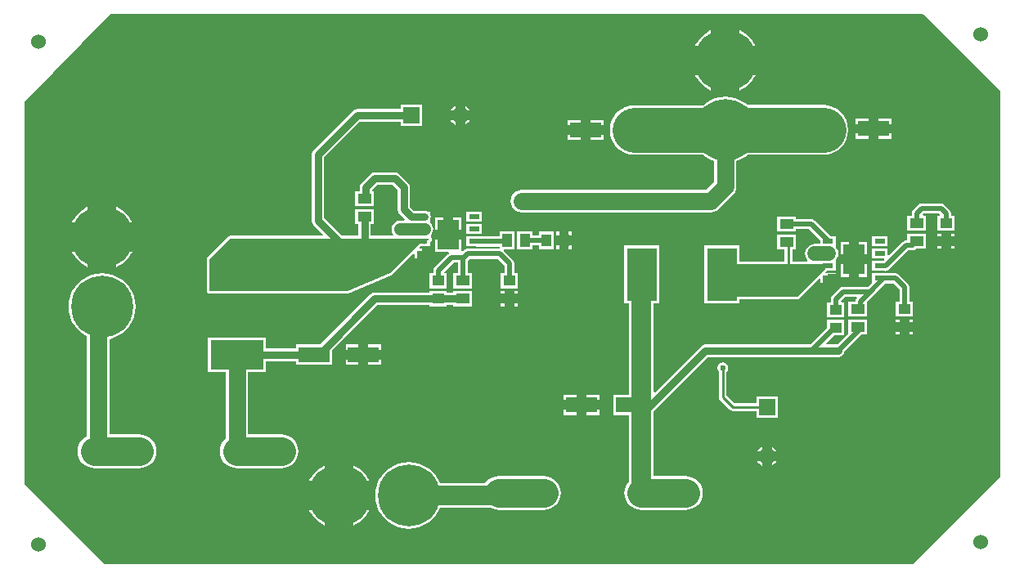
<source format=gtl>
G04*
G04 #@! TF.GenerationSoftware,Altium Limited,Altium Designer,20.0.12 (288)*
G04*
G04 Layer_Physical_Order=1*
G04 Layer_Color=255*
%FSLAX25Y25*%
%MOIN*%
G70*
G01*
G75*
%ADD10C,0.01000*%
%ADD14R,0.04331X0.01968*%
%ADD15R,0.08661X0.12205*%
%ADD16R,0.04134X0.05118*%
%ADD17R,0.05118X0.04134*%
%ADD18R,0.21654X0.12205*%
%ADD19R,0.12205X0.21654*%
%ADD20R,0.04134X0.05512*%
%ADD21R,0.12598X0.06299*%
%ADD22R,0.05512X0.04134*%
%ADD23C,0.18200*%
%ADD40C,0.03000*%
%ADD41C,0.07000*%
%ADD42C,0.02000*%
%ADD43C,0.05000*%
%ADD44C,0.11811*%
%ADD45C,0.08000*%
%ADD46C,0.05906*%
%ADD47C,0.25197*%
%ADD48R,0.05512X0.09449*%
%ADD49R,0.06693X0.06693*%
%ADD50C,0.06693*%
%ADD51R,0.06693X0.06693*%
%ADD52C,0.06000*%
%ADD53C,0.02362*%
G36*
X437008Y196850D02*
X437008Y39298D01*
X401539Y3937D01*
X72100Y3937D01*
X39370Y36667D01*
Y192442D01*
X74435Y228346D01*
X405512Y228346D01*
X437008Y196850D01*
D02*
G37*
%LPC*%
G36*
X330906Y221619D02*
Y215252D01*
X337273D01*
X337154Y215539D01*
X336035Y217364D01*
X334645Y218992D01*
X333018Y220382D01*
X331193Y221500D01*
X330906Y221619D01*
D02*
G37*
G36*
X319094D02*
X318807Y221500D01*
X316982Y220382D01*
X315355Y218992D01*
X313965Y217364D01*
X312846Y215539D01*
X312727Y215252D01*
X319094D01*
Y221619D01*
D02*
G37*
G36*
X337273Y203441D02*
X330906D01*
Y197074D01*
X331193Y197193D01*
X333018Y198311D01*
X334645Y199701D01*
X336035Y201329D01*
X337154Y203154D01*
X337273Y203441D01*
D02*
G37*
G36*
X319094D02*
X312727D01*
X312846Y203154D01*
X313965Y201329D01*
X315355Y199701D01*
X316982Y198311D01*
X318807Y197193D01*
X319094Y197074D01*
Y203441D01*
D02*
G37*
G36*
X218969Y190889D02*
Y188969D01*
X220889D01*
X220797Y189192D01*
X220100Y190100D01*
X219192Y190797D01*
X218969Y190889D01*
D02*
G37*
G36*
X215032D02*
X214808Y190797D01*
X213900Y190100D01*
X213203Y189192D01*
X213111Y188969D01*
X215032D01*
Y190889D01*
D02*
G37*
G36*
X392732Y185646D02*
X387402D01*
Y183465D01*
X392732D01*
Y185646D01*
D02*
G37*
G36*
X383465D02*
X378134D01*
Y183465D01*
X383465D01*
Y185646D01*
D02*
G37*
G36*
X220889Y185031D02*
X218969D01*
Y183111D01*
X219192Y183203D01*
X220100Y183900D01*
X220797Y184808D01*
X220889Y185031D01*
D02*
G37*
G36*
X215032D02*
X213111D01*
X213203Y184808D01*
X213900Y183900D01*
X214808Y183203D01*
X215032Y183111D01*
Y185031D01*
D02*
G37*
G36*
X275299Y185150D02*
X269969D01*
Y182968D01*
X275299D01*
Y185150D01*
D02*
G37*
G36*
X266032D02*
X260701D01*
Y182968D01*
X266032D01*
Y185150D01*
D02*
G37*
G36*
X201346Y191347D02*
X192654D01*
Y189549D01*
X175000D01*
X174024Y189355D01*
X173198Y188802D01*
X157198Y172802D01*
X156645Y171976D01*
X156451Y171000D01*
Y144000D01*
X156645Y143025D01*
X157198Y142198D01*
X161103Y138293D01*
X160911Y137831D01*
X123130D01*
X122740Y137753D01*
X122409Y137532D01*
X114043Y129166D01*
X113822Y128835D01*
X113744Y128445D01*
X113822Y128055D01*
X113843Y128024D01*
Y115354D01*
X113920Y114964D01*
X114141Y114633D01*
X114472Y114412D01*
X114862Y114335D01*
X171072Y114335D01*
X171462Y114412D01*
X188753Y121575D01*
X189084Y121796D01*
X197849Y130561D01*
X198311Y130369D01*
Y128606D01*
X199508D01*
Y130591D01*
X201476D01*
Y132559D01*
X204642D01*
Y132575D01*
X200517D01*
X200325Y133037D01*
X200895Y133606D01*
X201508D01*
X202031Y133502D01*
X202555Y133606D01*
X204642D01*
Y135350D01*
X204948Y135488D01*
X205097Y135595D01*
X205248Y135696D01*
X205258Y135710D01*
X205271Y135720D01*
X205368Y135875D01*
X205469Y136027D01*
X205473Y136044D01*
X205482Y136058D01*
X205511Y136238D01*
X205547Y136417D01*
X205544Y136434D01*
X205547Y136450D01*
X205505Y136628D01*
X205469Y136808D01*
X205460Y136821D01*
X205456Y136838D01*
X205350Y136986D01*
X205248Y137138D01*
X205006Y137381D01*
X204973Y137950D01*
X205014Y138027D01*
X205557Y138735D01*
X205910Y139586D01*
X206030Y140500D01*
X205910Y141414D01*
X205557Y142265D01*
X204996Y142996D01*
X204779Y143163D01*
X204642Y143606D01*
X204642Y143606D01*
Y144205D01*
X204855Y144525D01*
X205049Y145500D01*
X204855Y146476D01*
X204642Y146795D01*
Y147575D01*
X203895D01*
X203475Y147855D01*
X202500Y148049D01*
X198056D01*
X196549Y149556D01*
Y157575D01*
X196355Y158550D01*
X195802Y159377D01*
X192147Y163033D01*
X191320Y163585D01*
X190344Y163779D01*
X182097D01*
X181121Y163585D01*
X180294Y163033D01*
X176724Y159463D01*
X176172Y158636D01*
X175978Y157660D01*
Y156067D01*
X174244D01*
Y149933D01*
X181756D01*
Y156067D01*
X181076D01*
Y156605D01*
X183152Y158682D01*
X189288D01*
X191451Y156519D01*
Y148500D01*
X191645Y147524D01*
X192198Y146698D01*
X194403Y144492D01*
X194212Y144030D01*
X192500D01*
X191586Y143910D01*
X190735Y143557D01*
X190004Y142996D01*
X189443Y142265D01*
X189090Y141414D01*
X188970Y140500D01*
X189090Y139586D01*
X189443Y138735D01*
X189753Y138331D01*
X189506Y137831D01*
X180549D01*
Y142650D01*
X181756D01*
Y148784D01*
X174244D01*
Y142650D01*
X175451D01*
Y137831D01*
X168774D01*
X161549Y145056D01*
Y169944D01*
X176056Y184451D01*
X192654D01*
Y182653D01*
X201346D01*
Y191347D01*
D02*
G37*
G36*
X392732Y179528D02*
X387402D01*
Y177347D01*
X392732D01*
Y179528D01*
D02*
G37*
G36*
X383465D02*
X378134D01*
Y177347D01*
X383465D01*
Y179528D01*
D02*
G37*
G36*
X275299Y179032D02*
X269969D01*
Y176850D01*
X275299D01*
Y179032D01*
D02*
G37*
G36*
X266032D02*
X260701D01*
Y176850D01*
X266032D01*
Y179032D01*
D02*
G37*
G36*
X325000Y194641D02*
X322866Y194473D01*
X320785Y193973D01*
X318807Y193154D01*
X316982Y192035D01*
X315944Y191149D01*
X288079D01*
X286099Y190954D01*
X284195Y190376D01*
X282440Y189438D01*
X280902Y188176D01*
X279640Y186638D01*
X278702Y184884D01*
X278125Y182980D01*
X277930Y181000D01*
X278125Y179020D01*
X278702Y177116D01*
X279640Y175362D01*
X280902Y173824D01*
X282440Y172562D01*
X284195Y171624D01*
X286099Y171046D01*
X288079Y170851D01*
X315944D01*
X316982Y169965D01*
X318807Y168846D01*
X320461Y168161D01*
Y159880D01*
X317120Y156539D01*
X242000D01*
X240825Y156384D01*
X239731Y155931D01*
X238791Y155209D01*
X238069Y154269D01*
X237616Y153175D01*
X237461Y152000D01*
X237616Y150825D01*
X238069Y149731D01*
X238791Y148791D01*
X239731Y148069D01*
X240825Y147616D01*
X242000Y147461D01*
X319000D01*
X320175Y147616D01*
X321269Y148069D01*
X322209Y148791D01*
X328209Y154791D01*
X328931Y155731D01*
X329384Y156825D01*
X329539Y158000D01*
Y168161D01*
X331193Y168846D01*
X333018Y169965D01*
X334175Y170954D01*
X364961D01*
X366941Y171149D01*
X368844Y171726D01*
X370599Y172664D01*
X372137Y173926D01*
X373399Y175464D01*
X374337Y177219D01*
X374915Y179122D01*
X375110Y181102D01*
X374915Y183082D01*
X374337Y184986D01*
X373399Y186741D01*
X372137Y188279D01*
X370599Y189541D01*
X368844Y190479D01*
X366941Y191056D01*
X364961Y191251D01*
X333936D01*
X333018Y192035D01*
X331193Y193154D01*
X329215Y193973D01*
X327134Y194473D01*
X325000Y194641D01*
D02*
G37*
G36*
X225902Y147575D02*
X219571D01*
Y143606D01*
X225902D01*
Y147575D01*
D02*
G37*
G36*
X76906Y149619D02*
Y143252D01*
X83273D01*
X83154Y143539D01*
X82035Y145364D01*
X80645Y146992D01*
X79018Y148382D01*
X77193Y149500D01*
X76906Y149619D01*
D02*
G37*
G36*
X65095D02*
X64807Y149500D01*
X62982Y148382D01*
X61355Y146992D01*
X59965Y145364D01*
X58846Y143539D01*
X58727Y143252D01*
X65095D01*
Y149619D01*
D02*
G37*
G36*
X217535Y145390D02*
X214173D01*
Y140256D01*
X217535D01*
Y145390D01*
D02*
G37*
G36*
X210236D02*
X206874D01*
Y140256D01*
X210236D01*
Y145390D01*
D02*
G37*
G36*
X413000Y151039D02*
X405000D01*
X404220Y150884D01*
X403558Y150442D01*
X401558Y148442D01*
X401116Y147780D01*
X400961Y147000D01*
Y146067D01*
X399244D01*
Y139933D01*
X406756D01*
Y146067D01*
X405658D01*
X405451Y146567D01*
X405845Y146961D01*
X412155D01*
X412549Y146567D01*
X412342Y146067D01*
X411441D01*
Y139933D01*
X418559D01*
Y146067D01*
X417039D01*
Y147000D01*
X416884Y147780D01*
X416442Y148442D01*
X414442Y150442D01*
X413780Y150884D01*
X413000Y151039D01*
D02*
G37*
G36*
X225902Y142575D02*
X219571D01*
Y138606D01*
X225902D01*
Y142575D01*
D02*
G37*
G36*
X262350Y139559D02*
X261252D01*
Y137969D01*
X262350D01*
Y139559D01*
D02*
G37*
G36*
X257315D02*
X256217D01*
Y137969D01*
X257315D01*
Y139559D01*
D02*
G37*
G36*
X418559Y138784D02*
X416968D01*
Y137685D01*
X418559D01*
Y138784D01*
D02*
G37*
G36*
X413031D02*
X411441D01*
Y137685D01*
X413031D01*
Y138784D01*
D02*
G37*
G36*
X239067Y139756D02*
X232933D01*
Y137539D01*
X225902D01*
Y137575D01*
X219571D01*
Y133606D01*
X223028D01*
X223760Y133461D01*
X232933D01*
Y132539D01*
X225902D01*
Y132575D01*
X219571D01*
Y132454D01*
X219220Y132384D01*
X218558Y131942D01*
X218035Y131419D01*
X217535Y131626D01*
Y136319D01*
X206874D01*
Y131185D01*
X212218D01*
X212431Y130752D01*
X212422Y130685D01*
X212058Y130442D01*
X212058Y130442D01*
X206558Y124942D01*
X206116Y124280D01*
X205961Y123500D01*
Y122567D01*
X204441D01*
Y116433D01*
X211559D01*
Y122567D01*
X210658D01*
X210451Y123067D01*
X214345Y126961D01*
X215961D01*
Y122567D01*
X214244D01*
Y116433D01*
X221756D01*
Y122567D01*
X220039D01*
Y127655D01*
X220845Y128461D01*
X232155D01*
X234961Y125655D01*
Y122567D01*
X233441D01*
Y116433D01*
X240559D01*
Y122567D01*
X239039D01*
Y126500D01*
X238884Y127280D01*
X238442Y127942D01*
X234640Y131744D01*
X234847Y132244D01*
X239067D01*
Y139756D01*
D02*
G37*
G36*
X391256Y137496D02*
X384925D01*
Y133528D01*
X391256D01*
Y137496D01*
D02*
G37*
G36*
X418559Y133748D02*
X416968D01*
Y132650D01*
X418559D01*
Y133748D01*
D02*
G37*
G36*
X413031D02*
X411441D01*
Y132650D01*
X413031D01*
Y133748D01*
D02*
G37*
G36*
X262350Y134031D02*
X261252D01*
Y132441D01*
X262350D01*
Y134031D01*
D02*
G37*
G36*
X257315D02*
X256217D01*
Y132441D01*
X257315D01*
Y134031D01*
D02*
G37*
G36*
X246350Y139756D02*
X240216D01*
Y132244D01*
X246350D01*
Y133961D01*
X248933D01*
Y132441D01*
X255067D01*
Y139559D01*
X248933D01*
Y138039D01*
X246350D01*
Y139756D01*
D02*
G37*
G36*
X382890Y135311D02*
X379528D01*
Y130177D01*
X382890D01*
Y135311D01*
D02*
G37*
G36*
X375590D02*
X372228D01*
Y130177D01*
X375590D01*
Y135311D01*
D02*
G37*
G36*
X406756Y138784D02*
X399244D01*
Y136039D01*
X398732D01*
X397952Y135884D01*
X397290Y135442D01*
X391718Y129869D01*
X391256Y130061D01*
Y132496D01*
X384925D01*
Y128528D01*
X389723D01*
X389914Y128066D01*
X389345Y127496D01*
X384925D01*
Y123528D01*
X390063D01*
X390260Y123488D01*
X390457Y123528D01*
X391256D01*
Y123788D01*
X391702Y124086D01*
X399577Y131961D01*
X401284D01*
X402064Y132116D01*
X402725Y132558D01*
X402786Y132650D01*
X406756D01*
Y138784D01*
D02*
G37*
G36*
X204642Y128622D02*
X203445D01*
Y128606D01*
X204642D01*
Y128622D01*
D02*
G37*
G36*
X353756Y145709D02*
X346244D01*
Y139575D01*
X353756D01*
Y140603D01*
X359143D01*
X363665Y136081D01*
Y134514D01*
X361472D01*
X360441Y134379D01*
X359479Y133980D01*
X358653Y133347D01*
X358020Y132521D01*
X357621Y131559D01*
X357486Y130528D01*
X357621Y129496D01*
X358020Y128534D01*
X358508Y127898D01*
X358268Y127398D01*
X352317D01*
Y132291D01*
X353756D01*
Y138425D01*
X346244D01*
Y132291D01*
X349258D01*
Y127398D01*
X330780D01*
Y133827D01*
X316575D01*
Y110173D01*
X330780D01*
Y111972D01*
X354153D01*
X354331Y111937D01*
X354721Y112015D01*
X355052Y112236D01*
X363203Y120388D01*
X363665Y120196D01*
Y118528D01*
X364862D01*
Y120512D01*
X366831D01*
Y122480D01*
X369996D01*
Y122496D01*
X365965D01*
X365774Y122958D01*
X366343Y123528D01*
X369996D01*
Y127496D01*
X369996Y127496D01*
X369996D01*
X369996Y127496D01*
X370107Y127950D01*
X370555Y128534D01*
X370953Y129496D01*
X371089Y130528D01*
X370953Y131559D01*
X370555Y132521D01*
X370125Y133081D01*
X369996Y133528D01*
X369996Y133528D01*
X369996D01*
X369996Y133528D01*
Y137496D01*
X368018D01*
X361430Y144084D01*
X360769Y144526D01*
X359988Y144681D01*
X353756D01*
Y145709D01*
D02*
G37*
G36*
X83273Y131441D02*
X76906D01*
Y125074D01*
X77193Y125193D01*
X79018Y126311D01*
X80645Y127701D01*
X82035Y129329D01*
X83154Y131154D01*
X83273Y131441D01*
D02*
G37*
G36*
X65095D02*
X58727D01*
X58846Y131154D01*
X59965Y129329D01*
X61355Y127701D01*
X62982Y126311D01*
X64807Y125193D01*
X65095Y125074D01*
Y131441D01*
D02*
G37*
G36*
X382890Y126240D02*
X379528D01*
Y121106D01*
X382890D01*
Y126240D01*
D02*
G37*
G36*
X375590D02*
X372228D01*
Y121106D01*
X375590D01*
Y126240D01*
D02*
G37*
G36*
X369996Y118543D02*
X368799D01*
Y118528D01*
X369996D01*
Y118543D01*
D02*
G37*
G36*
X221756Y115284D02*
X214244D01*
Y114766D01*
X211559D01*
Y115284D01*
X204441D01*
Y114766D01*
X182217D01*
X181241Y114571D01*
X180414Y114019D01*
X159915Y93520D01*
X150181D01*
Y91872D01*
X137827D01*
Y96425D01*
X114173D01*
Y82221D01*
X121461D01*
Y55208D01*
X121093Y54907D01*
X120230Y53855D01*
X119589Y52655D01*
X119194Y51354D01*
X119061Y50000D01*
X119194Y48646D01*
X119589Y47345D01*
X120230Y46145D01*
X121093Y45093D01*
X122145Y44230D01*
X123345Y43589D01*
X124646Y43194D01*
X126000Y43061D01*
X144091D01*
X145444Y43194D01*
X146746Y43589D01*
X147946Y44230D01*
X148997Y45093D01*
X149860Y46145D01*
X150501Y47345D01*
X150896Y48646D01*
X151030Y50000D01*
X150896Y51354D01*
X150501Y52655D01*
X149860Y53855D01*
X148997Y54907D01*
X147946Y55769D01*
X146746Y56411D01*
X145444Y56806D01*
X144091Y56939D01*
X130539D01*
Y82221D01*
X137827D01*
Y86774D01*
X150181D01*
Y85220D01*
X164779D01*
Y91175D01*
X183272Y109668D01*
X204441D01*
Y109150D01*
X211559D01*
Y109668D01*
X214244D01*
Y109150D01*
X221756D01*
Y115284D01*
D02*
G37*
G36*
X240559D02*
X238968D01*
Y114185D01*
X240559D01*
Y115284D01*
D02*
G37*
G36*
X235032D02*
X233441D01*
Y114185D01*
X235032D01*
Y115284D01*
D02*
G37*
G36*
X240559Y110248D02*
X238968D01*
Y109150D01*
X240559D01*
Y110248D01*
D02*
G37*
G36*
X235032D02*
X233441D01*
Y109150D01*
X235032D01*
Y110248D01*
D02*
G37*
G36*
X394472Y122567D02*
X388362D01*
X388007Y122496D01*
X384925D01*
Y118809D01*
X383155Y117039D01*
X373000D01*
X372220Y116884D01*
X371558Y116442D01*
X368558Y113442D01*
X368116Y112780D01*
X367961Y112000D01*
Y110784D01*
X366441D01*
Y104650D01*
X373559D01*
Y110784D01*
X372348D01*
X372167Y111284D01*
X373845Y112961D01*
X378424D01*
X378615Y112499D01*
X378558Y112442D01*
X378116Y111780D01*
X377974Y111067D01*
X375244D01*
Y104933D01*
X382756D01*
Y110872D01*
X385442Y113558D01*
X390372Y118488D01*
X393628D01*
X395961Y116155D01*
Y111067D01*
X394441D01*
Y104933D01*
X401559D01*
Y111067D01*
X400039D01*
Y117000D01*
X399884Y117780D01*
X399442Y118442D01*
X395914Y121969D01*
X395253Y122412D01*
X394472Y122567D01*
D02*
G37*
G36*
X401559Y103784D02*
X399969D01*
Y102685D01*
X401559D01*
Y103784D01*
D02*
G37*
G36*
X396031D02*
X394441D01*
Y102685D01*
X396031D01*
Y103784D01*
D02*
G37*
G36*
X401559Y98748D02*
X399969D01*
Y97650D01*
X401559D01*
Y98748D01*
D02*
G37*
G36*
X396031D02*
X394441D01*
Y97650D01*
X396031D01*
Y98748D01*
D02*
G37*
G36*
X184858Y93520D02*
X179527D01*
Y91339D01*
X184858D01*
Y93520D01*
D02*
G37*
G36*
X175591D02*
X170260D01*
Y91339D01*
X175591D01*
Y93520D01*
D02*
G37*
G36*
X184858Y87402D02*
X179527D01*
Y85220D01*
X184858D01*
Y87402D01*
D02*
G37*
G36*
X175591D02*
X170260D01*
Y85220D01*
X175591D01*
Y87402D01*
D02*
G37*
G36*
X273835Y73047D02*
X268504D01*
Y70866D01*
X273835D01*
Y73047D01*
D02*
G37*
G36*
X264567D02*
X259236D01*
Y70866D01*
X264567D01*
Y73047D01*
D02*
G37*
G36*
X273835Y66929D02*
X268504D01*
Y64748D01*
X273835D01*
Y66929D01*
D02*
G37*
G36*
X264567D02*
X259236D01*
Y64748D01*
X264567D01*
Y66929D01*
D02*
G37*
G36*
X324000Y86224D02*
X323149Y86054D01*
X322428Y85572D01*
X321945Y84851D01*
X321776Y84000D01*
X321945Y83149D01*
X322428Y82428D01*
X322471Y82399D01*
Y72000D01*
X322587Y71415D01*
X322919Y70919D01*
X326919Y66919D01*
X327415Y66587D01*
X328000Y66471D01*
X337653D01*
Y63653D01*
X346346D01*
Y72347D01*
X337653D01*
Y69529D01*
X328633D01*
X325529Y72633D01*
Y82399D01*
X325572Y82428D01*
X326055Y83149D01*
X326224Y84000D01*
X326055Y84851D01*
X325572Y85572D01*
X324851Y86054D01*
X324000Y86224D01*
D02*
G37*
G36*
X343969Y51889D02*
Y49968D01*
X345889D01*
X345797Y50192D01*
X345100Y51100D01*
X344192Y51797D01*
X343969Y51889D01*
D02*
G37*
G36*
X340032D02*
X339808Y51797D01*
X338900Y51100D01*
X338203Y50192D01*
X338111Y49968D01*
X340032D01*
Y51889D01*
D02*
G37*
G36*
X345889Y46031D02*
X343969D01*
Y44111D01*
X344192Y44203D01*
X345100Y44900D01*
X345797Y45808D01*
X345889Y46031D01*
D02*
G37*
G36*
X340032D02*
X338111D01*
X338203Y45808D01*
X338900Y44900D01*
X339808Y44203D01*
X340032Y44111D01*
Y46031D01*
D02*
G37*
G36*
X71000Y122641D02*
X68866Y122473D01*
X66785Y121973D01*
X64807Y121154D01*
X62982Y120035D01*
X61355Y118645D01*
X59965Y117018D01*
X58846Y115193D01*
X58027Y113215D01*
X57528Y111134D01*
X57359Y109000D01*
X57528Y106866D01*
X58027Y104785D01*
X58846Y102807D01*
X59965Y100982D01*
X61355Y99355D01*
X62982Y97965D01*
X64807Y96846D01*
X64859Y96825D01*
Y56178D01*
X64094Y55769D01*
X63042Y54907D01*
X62179Y53855D01*
X61538Y52655D01*
X61143Y51354D01*
X61010Y50000D01*
X61143Y48646D01*
X61538Y47345D01*
X62179Y46145D01*
X63042Y45093D01*
X64094Y44230D01*
X65293Y43589D01*
X66595Y43194D01*
X67949Y43061D01*
X86236D01*
X87590Y43194D01*
X88892Y43589D01*
X90091Y44230D01*
X91143Y45093D01*
X92006Y46145D01*
X92647Y47345D01*
X93042Y48646D01*
X93175Y50000D01*
X93042Y51354D01*
X92647Y52655D01*
X92006Y53855D01*
X91143Y54907D01*
X90091Y55769D01*
X88892Y56411D01*
X87590Y56806D01*
X86236Y56939D01*
X73936D01*
Y95720D01*
X75215Y96027D01*
X77193Y96846D01*
X79018Y97965D01*
X80645Y99355D01*
X82035Y100982D01*
X83154Y102807D01*
X83973Y104785D01*
X84473Y106866D01*
X84641Y109000D01*
X84473Y111134D01*
X83973Y113215D01*
X83154Y115193D01*
X82035Y117018D01*
X80645Y118645D01*
X79018Y120035D01*
X77193Y121154D01*
X75215Y121973D01*
X73134Y122473D01*
X71000Y122641D01*
D02*
G37*
G36*
X173559Y44273D02*
Y37905D01*
X179926D01*
X179807Y38193D01*
X178689Y40018D01*
X177299Y41645D01*
X175671Y43035D01*
X173846Y44154D01*
X173559Y44273D01*
D02*
G37*
G36*
X161748Y44273D02*
X161461Y44154D01*
X159636Y43035D01*
X158008Y41645D01*
X156618Y40018D01*
X155500Y38193D01*
X155381Y37905D01*
X161748D01*
Y44273D01*
D02*
G37*
G36*
X196000Y45641D02*
X193866Y45472D01*
X191785Y44973D01*
X189807Y44154D01*
X187982Y43035D01*
X186355Y41645D01*
X184965Y40018D01*
X183846Y38193D01*
X183027Y36215D01*
X182527Y34134D01*
X182360Y32000D01*
X182527Y29866D01*
X183027Y27785D01*
X183846Y25807D01*
X184965Y23982D01*
X186355Y22355D01*
X187982Y20965D01*
X189807Y19846D01*
X191785Y19027D01*
X193866Y18528D01*
X196000Y18360D01*
X198134Y18528D01*
X200215Y19027D01*
X202193Y19846D01*
X204018Y20965D01*
X205645Y22355D01*
X207035Y23982D01*
X208154Y25807D01*
X208630Y26957D01*
X229369D01*
X230057Y26589D01*
X231359Y26194D01*
X232713Y26061D01*
X251000D01*
X252354Y26194D01*
X253655Y26589D01*
X254855Y27231D01*
X255907Y28093D01*
X256769Y29145D01*
X257411Y30345D01*
X257806Y31646D01*
X257939Y33000D01*
X257806Y34354D01*
X257411Y35655D01*
X256769Y36855D01*
X255907Y37907D01*
X254855Y38770D01*
X253655Y39411D01*
X252354Y39806D01*
X251000Y39939D01*
X232713D01*
X231359Y39806D01*
X230057Y39411D01*
X228857Y38770D01*
X227806Y37907D01*
X227097Y37043D01*
X208630D01*
X208154Y38193D01*
X207035Y40018D01*
X205645Y41645D01*
X204018Y43035D01*
X202193Y44154D01*
X200215Y44973D01*
X198134Y45472D01*
X196000Y45641D01*
D02*
G37*
G36*
X298102Y133827D02*
X283898D01*
Y110173D01*
X285721D01*
Y73047D01*
X279315D01*
Y64748D01*
X285721D01*
Y37696D01*
X285014Y36835D01*
X284373Y35636D01*
X283978Y34334D01*
X283844Y32980D01*
X283978Y31627D01*
X284373Y30325D01*
X285014Y29125D01*
X285877Y28074D01*
X286928Y27211D01*
X288128Y26570D01*
X289430Y26175D01*
X290784Y26041D01*
X308874D01*
X310228Y26175D01*
X311529Y26570D01*
X312729Y27211D01*
X313781Y28074D01*
X314644Y29125D01*
X315285Y30325D01*
X315680Y31627D01*
X315813Y32980D01*
X315680Y34334D01*
X315285Y35636D01*
X314644Y36835D01*
X313781Y37887D01*
X312729Y38750D01*
X311529Y39391D01*
X310228Y39786D01*
X308874Y39919D01*
X295807D01*
Y65000D01*
Y66438D01*
X317820Y88451D01*
X371000D01*
X371975Y88645D01*
X372802Y89198D01*
X373355Y90025D01*
X373466Y90582D01*
X380533Y97650D01*
X382756D01*
Y103784D01*
X375244D01*
Y98128D01*
X370665Y93549D01*
X366161D01*
X365969Y94011D01*
X369325Y97366D01*
X373559D01*
Y103500D01*
X366441D01*
Y100250D01*
X359740Y93549D01*
X316764D01*
X315788Y93355D01*
X314961Y92802D01*
X296269Y74110D01*
X295807Y74301D01*
Y110173D01*
X298102D01*
Y133827D01*
D02*
G37*
G36*
X161748Y26094D02*
X155381D01*
X155500Y25807D01*
X156618Y23982D01*
X158008Y22355D01*
X159636Y20965D01*
X161461Y19846D01*
X161748Y19727D01*
Y26094D01*
D02*
G37*
G36*
X179926D02*
X173559D01*
Y19727D01*
X173846Y19846D01*
X175671Y20965D01*
X177299Y22355D01*
X178689Y23982D01*
X179807Y25807D01*
X179926Y26094D01*
D02*
G37*
%LPD*%
G36*
X204528Y136417D02*
X200394Y134547D01*
X188363Y122517D01*
X171072Y115354D01*
X114862Y115354D01*
Y128347D01*
X114764Y128445D01*
X123130Y136811D01*
X204134D01*
X204528Y136417D01*
D02*
G37*
G36*
X328740Y126378D02*
X365748D01*
Y124374D01*
X354331Y112957D01*
X354295Y112992D01*
X329134D01*
X328346Y126772D01*
X328740Y126378D01*
D02*
G37*
D10*
X350000Y135358D02*
X350787Y134571D01*
Y124409D02*
Y134571D01*
X361104Y130896D02*
X361472Y130528D01*
X202031Y135031D02*
X202500Y135500D01*
X192000Y141000D02*
X192500Y140500D01*
X67949Y50000D02*
X69398Y51449D01*
X67929Y49980D02*
X67949Y50000D01*
X69398Y107398D02*
X71000Y109000D01*
X231713Y32000D02*
X232693Y32980D01*
X232713Y33000D01*
X290764D02*
X290784Y32980D01*
X290764Y121764D02*
X291000Y122000D01*
X144091Y50000D02*
X144110Y49980D01*
X328000Y68000D02*
X342000D01*
X324000Y72000D02*
X328000Y68000D01*
X324000Y72000D02*
Y84000D01*
X401284Y134000D02*
X402823Y135539D01*
X388362Y125528D02*
X389543D01*
X379000Y108000D02*
X380000Y109000D01*
X387181Y120528D02*
X388362D01*
X370000Y107717D02*
X370492D01*
X369508Y100433D02*
X370000D01*
X218000Y129000D02*
X218500D01*
X402823Y135539D02*
X403000Y135716D01*
X366618Y136012D02*
X367102Y135528D01*
X235500Y135500D02*
X236000Y136000D01*
X368738Y106433D02*
X369230D01*
D14*
X366831Y125512D02*
D03*
Y130512D02*
D03*
Y135512D02*
D03*
Y120512D02*
D03*
X388090D02*
D03*
Y135512D02*
D03*
Y130512D02*
D03*
Y125512D02*
D03*
X201476Y135591D02*
D03*
Y140591D02*
D03*
Y145591D02*
D03*
Y130591D02*
D03*
X222736D02*
D03*
Y145591D02*
D03*
Y140591D02*
D03*
Y135591D02*
D03*
D15*
X377559Y128209D02*
D03*
X212205Y138287D02*
D03*
D16*
X252000Y136000D02*
D03*
X259283D02*
D03*
D17*
X237000Y119500D02*
D03*
Y112216D02*
D03*
X208000Y119500D02*
D03*
Y112216D02*
D03*
X415000Y143000D02*
D03*
Y135716D02*
D03*
X398000Y108000D02*
D03*
Y100716D02*
D03*
X370000Y107717D02*
D03*
Y100433D02*
D03*
D18*
X126000Y122000D02*
D03*
Y89323D02*
D03*
D19*
X323677Y122000D02*
D03*
X291000D02*
D03*
D20*
X236000Y136000D02*
D03*
X243284D02*
D03*
D21*
X177559Y89370D02*
D03*
X157480D02*
D03*
X268000Y181000D02*
D03*
X288079D02*
D03*
X266535Y68898D02*
D03*
X286614D02*
D03*
X385433Y181496D02*
D03*
X365354D02*
D03*
D22*
X218000Y119500D02*
D03*
Y112216D02*
D03*
X178000Y153000D02*
D03*
Y145717D02*
D03*
X403000Y135716D02*
D03*
Y143000D02*
D03*
X379000Y108000D02*
D03*
Y100716D02*
D03*
X350000Y142642D02*
D03*
Y135358D02*
D03*
D23*
X325102Y181102D02*
X364961D01*
X325000Y181000D02*
X325102Y181102D01*
X288079Y181000D02*
X325000D01*
D40*
X208000Y112216D02*
X218000D01*
X190344Y161231D02*
X194000Y157575D01*
X178526Y157660D02*
X182097Y161231D01*
X190344D01*
X194000Y148500D02*
Y157575D01*
X178000Y153000D02*
X178526Y153526D01*
Y157660D01*
X176243Y133038D02*
X178000Y134795D01*
X169962Y133038D02*
X176243D01*
X194000Y148500D02*
X197000Y145500D01*
X202500D01*
X178000Y134795D02*
Y145717D01*
X290764Y65000D02*
X316764Y91000D01*
X360075D01*
X159323Y89323D02*
X182217Y112216D01*
X208000D01*
X126000Y89323D02*
X159323D01*
X159000Y171000D02*
X175000Y187000D01*
X197000D01*
X159000Y144000D02*
Y171000D01*
X360075Y91000D02*
X371000D01*
X178000Y145717D02*
X178689D01*
X159000Y144000D02*
X169962Y133038D01*
D41*
X242000Y152000D02*
X243000D01*
X319000D01*
X69398Y51449D02*
Y107398D01*
X126000Y51236D02*
Y89323D01*
X325000Y158000D02*
Y181000D01*
X319000Y152000D02*
X325000Y158000D01*
D42*
X350000Y142642D02*
X359988D01*
X366618Y136012D01*
X371000Y91000D02*
X380000Y100000D01*
X415000Y143000D02*
Y147000D01*
X413000Y149000D02*
X415000Y147000D01*
X405000Y149000D02*
X413000D01*
X403000Y147000D02*
X405000Y149000D01*
X403000Y143000D02*
Y147000D01*
X398732Y134000D02*
X401284D01*
X390260Y125528D02*
X398732Y134000D01*
X384000Y115000D02*
X389528Y120528D01*
X380000Y109000D02*
Y111000D01*
X384000Y115000D01*
X389528Y120528D02*
X394472D01*
X388362D02*
X389528D01*
X373000Y115000D02*
X384000D01*
X370000Y112000D02*
X373000Y115000D01*
X370000Y107717D02*
Y112000D01*
X360075Y91000D02*
X369508Y100433D01*
X218500Y129000D02*
X220000Y130500D01*
X218000Y119500D02*
Y129000D01*
X213500D02*
X218000D01*
X208000Y123500D02*
X213500Y129000D01*
X398000Y108000D02*
Y117000D01*
X394472Y120528D02*
X398000Y117000D01*
X223760Y130500D02*
X233000D01*
X237000Y126500D01*
Y119500D02*
Y126500D01*
X208000Y119500D02*
Y123500D01*
X220000Y130500D02*
X223760D01*
X243284Y136000D02*
X252000D01*
X223760Y135500D02*
X235500D01*
D43*
X192500Y140500D02*
X202500D01*
D44*
X67949Y50000D02*
X86236D01*
X232713Y33000D02*
X251000D01*
X290784Y32980D02*
X308874D01*
X126000Y50000D02*
X144091D01*
D45*
X196000Y32000D02*
X231713D01*
X290764Y65000D02*
Y121764D01*
Y33000D02*
Y65000D01*
D46*
X361472Y130528D02*
X367102D01*
D47*
X196000Y32000D02*
D03*
X167654D02*
D03*
X71000Y109000D02*
D03*
Y137346D02*
D03*
X325000Y181000D02*
D03*
Y209347D02*
D03*
D48*
X290764Y33000D02*
D03*
X308874Y32980D02*
D03*
X251000Y33000D02*
D03*
X232693Y32980D02*
D03*
X126000Y50000D02*
D03*
X144110Y49980D02*
D03*
X86236Y50000D02*
D03*
X67929Y49980D02*
D03*
D49*
X197000Y187000D02*
D03*
D50*
X217000D02*
D03*
X342000Y48000D02*
D03*
D51*
Y68000D02*
D03*
D52*
X45000Y217000D02*
D03*
Y12000D02*
D03*
X429000Y220000D02*
D03*
Y13000D02*
D03*
D53*
X199705Y120374D02*
D03*
X193110D02*
D03*
X202362Y124508D02*
D03*
X197441D02*
D03*
X381496Y137008D02*
D03*
X374016D02*
D03*
X358268Y118898D02*
D03*
X354724Y115354D02*
D03*
X361104Y130896D02*
D03*
X192000Y141000D02*
D03*
X324000Y84000D02*
D03*
X243000Y152000D02*
D03*
X385000Y142000D02*
D03*
X377535Y142004D02*
D03*
X370000Y142000D02*
D03*
M02*

</source>
